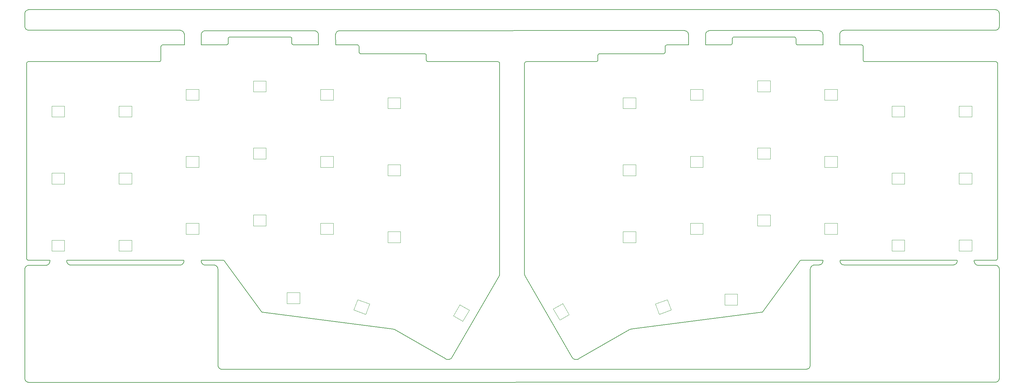
<source format=gm1>
G04 #@! TF.GenerationSoftware,KiCad,Pcbnew,5.1.9*
G04 #@! TF.CreationDate,2021-03-29T09:48:20-06:00*
G04 #@! TF.ProjectId,corne-cherry,636f726e-652d-4636-9865-7272792e6b69,3.0.1*
G04 #@! TF.SameCoordinates,Original*
G04 #@! TF.FileFunction,Profile,NP*
%FSLAX46Y46*%
G04 Gerber Fmt 4.6, Leading zero omitted, Abs format (unit mm)*
G04 Created by KiCad (PCBNEW 5.1.9) date 2021-03-29 09:48:20*
%MOMM*%
%LPD*%
G01*
G04 APERTURE LIST*
G04 #@! TA.AperFunction,Profile*
%ADD10C,0.200000*%
G04 #@! TD*
G04 #@! TA.AperFunction,Profile*
%ADD11C,0.120000*%
G04 #@! TD*
G04 APERTURE END LIST*
D10*
X115265500Y-102670000D02*
X115063805Y-102615772D01*
X115063805Y-102615772D02*
X114859285Y-102573995D01*
X114859285Y-102573995D02*
X114652516Y-102544784D01*
X114652516Y-102544784D02*
X114610944Y-102540460D01*
X67043905Y-83166629D02*
X66870375Y-83053650D01*
X66870375Y-83053650D02*
X66690339Y-83020073D01*
X77586929Y-97623789D02*
X77760483Y-97736619D01*
X77760483Y-97736619D02*
X77940494Y-97770087D01*
X144713209Y-87617717D02*
X144802691Y-87438848D01*
X144802691Y-87438848D02*
X144878173Y-87224231D01*
X144878173Y-87224231D02*
X144924347Y-87001589D01*
X144924347Y-87001589D02*
X144940441Y-86773896D01*
X144940441Y-86773896D02*
X144940300Y-86745228D01*
X105188823Y-24017707D02*
X105188823Y-22519109D01*
X123690165Y-24518087D02*
X105689203Y-24518087D01*
X144940300Y-27270174D02*
X144890974Y-27053480D01*
X144890974Y-27053480D02*
X144758356Y-26884482D01*
X144758356Y-26884482D02*
X144565331Y-26786061D01*
X144565331Y-26786061D02*
X144440417Y-26770301D01*
X144939784Y-27268904D02*
X144939784Y-86742945D01*
X55717500Y-83020309D02*
X22567500Y-83020309D01*
X11190372Y-27270174D02*
X11188596Y-82518930D01*
X48689119Y-26768525D02*
X11690499Y-26770301D01*
X85689263Y-19768292D02*
X68689060Y-19768292D01*
X86189642Y-21518350D02*
X86189642Y-20268671D01*
X104688444Y-22018729D02*
X98567500Y-22018729D01*
X115265500Y-102670000D02*
X129559583Y-110931084D01*
X124188005Y-25018466D02*
X124190287Y-26270179D01*
X124190287Y-25020242D02*
X124141034Y-24803463D01*
X124141034Y-24803463D02*
X124008434Y-24634379D01*
X124008434Y-24634379D02*
X123815376Y-24535895D01*
X123815376Y-24535895D02*
X123690423Y-24520121D01*
X49189499Y-22519109D02*
X49189499Y-26268145D01*
X67688301Y-22018729D02*
X60577500Y-22018729D01*
X68190456Y-20270194D02*
X68188680Y-21518350D01*
X144439405Y-26768525D02*
X124690408Y-26770301D01*
X11190372Y-82520200D02*
X11239731Y-82736959D01*
X11239731Y-82736959D02*
X11372421Y-82905978D01*
X11372421Y-82905978D02*
X11565532Y-83004363D01*
X11565532Y-83004363D02*
X11690494Y-83020073D01*
X11690494Y-83020073D02*
X11690499Y-83020073D01*
X11690499Y-26770301D02*
X11473716Y-26819550D01*
X11473716Y-26819550D02*
X11304628Y-26952154D01*
X11304628Y-26952154D02*
X11206145Y-27145216D01*
X11206145Y-27145216D02*
X11190372Y-27270169D01*
X11190372Y-27270169D02*
X11190372Y-27270174D01*
X48690389Y-26770301D02*
X48907172Y-26721049D01*
X48907172Y-26721049D02*
X49076257Y-26588443D01*
X49076257Y-26588443D02*
X49174738Y-26395380D01*
X49174738Y-26395380D02*
X49190511Y-26270427D01*
X49190511Y-26270427D02*
X49190511Y-26270179D01*
X49690384Y-22020252D02*
X49473691Y-22069580D01*
X49473691Y-22069580D02*
X49304694Y-22202193D01*
X49304694Y-22202193D02*
X49206272Y-22395212D01*
X49206272Y-22395212D02*
X49190511Y-22520126D01*
X67690335Y-22020252D02*
X67907118Y-21971001D01*
X67907118Y-21971001D02*
X68076203Y-21838395D01*
X68076203Y-21838395D02*
X68174683Y-21645331D01*
X68174683Y-21645331D02*
X68190456Y-21520379D01*
X68190456Y-21520379D02*
X68190456Y-21520126D01*
X68690330Y-19770068D02*
X68473570Y-19819427D01*
X68473570Y-19819427D02*
X68304550Y-19952116D01*
X68304550Y-19952116D02*
X68206165Y-20145228D01*
X68206165Y-20145228D02*
X68190456Y-20270189D01*
X68190456Y-20270189D02*
X68190456Y-20270194D01*
X86190406Y-20270194D02*
X86141156Y-20053411D01*
X86141156Y-20053411D02*
X86008551Y-19884324D01*
X86008551Y-19884324D02*
X85815487Y-19785840D01*
X85815487Y-19785840D02*
X85690533Y-19770068D01*
X86190406Y-21520126D02*
X86239656Y-21736908D01*
X86239656Y-21736908D02*
X86372261Y-21905995D01*
X86372261Y-21905995D02*
X86565325Y-22004479D01*
X86565325Y-22004479D02*
X86690280Y-22020252D01*
X86690280Y-22020252D02*
X86690528Y-22020252D01*
X105190351Y-22520126D02*
X105141023Y-22303433D01*
X105141023Y-22303433D02*
X105008410Y-22134436D01*
X105008410Y-22134436D02*
X104815391Y-22036014D01*
X104815391Y-22036014D02*
X104690478Y-22020252D01*
X105190351Y-24020247D02*
X105239710Y-24237004D01*
X105239710Y-24237004D02*
X105372398Y-24406024D01*
X105372398Y-24406024D02*
X105565510Y-24504410D01*
X105565510Y-24504410D02*
X105690473Y-24520121D01*
X131487700Y-110551612D02*
X144713724Y-87619245D01*
X131484604Y-110556226D02*
X131487700Y-110551612D01*
X129559583Y-110931084D02*
X129743639Y-111035872D01*
X129743639Y-111035872D02*
X129936387Y-111109871D01*
X129936387Y-111109871D02*
X130134562Y-111153717D01*
X130134562Y-111153717D02*
X130334898Y-111168047D01*
X130334898Y-111168047D02*
X130599729Y-111142338D01*
X130599729Y-111142338D02*
X130854856Y-111066794D01*
X130854856Y-111066794D02*
X131035177Y-110978338D01*
X131035177Y-110978338D02*
X131202418Y-110863334D01*
X131202418Y-110863334D02*
X131353316Y-110722418D01*
X131353316Y-110722418D02*
X131484604Y-110556226D01*
X77940494Y-97770087D02*
X114610944Y-102540460D01*
X67043905Y-83166629D02*
X77586929Y-97623789D01*
X124190287Y-26270179D02*
X124239543Y-26486960D01*
X124239543Y-26486960D02*
X124372150Y-26656046D01*
X124372150Y-26656046D02*
X124565215Y-26754528D01*
X124565215Y-26754528D02*
X124690170Y-26770301D01*
X124690170Y-26770301D02*
X124690408Y-26770301D01*
X86690528Y-22020252D02*
X93727500Y-22020252D01*
X49690384Y-22020252D02*
X55817500Y-22020252D01*
X11690499Y-83020073D02*
X17807500Y-83020309D01*
X66690339Y-83020073D02*
X60557500Y-83021073D01*
X230204661Y-83028073D02*
X236327500Y-83028073D01*
X285204501Y-83028073D02*
X279077500Y-83028073D01*
X247204616Y-22028252D02*
X241077500Y-22028252D01*
X210204472Y-22028252D02*
X203167500Y-22028252D01*
X172204830Y-26778301D02*
X172204592Y-26778301D01*
X172704713Y-26278179D02*
X172655456Y-26494960D01*
X172655456Y-26494960D02*
X172522849Y-26664046D01*
X172522849Y-26664046D02*
X172329784Y-26762528D01*
X172329784Y-26762528D02*
X172204830Y-26778301D01*
X229851095Y-83174629D02*
X219308071Y-97631789D01*
X219308071Y-97631789D02*
X219134516Y-97744619D01*
X219134516Y-97744619D02*
X218954506Y-97778087D01*
X218954506Y-97778087D02*
X182284056Y-102548460D01*
X167335417Y-110939084D02*
X167151360Y-111043872D01*
X167151360Y-111043872D02*
X166958612Y-111117871D01*
X166958612Y-111117871D02*
X166760437Y-111161717D01*
X166760437Y-111161717D02*
X166560101Y-111176047D01*
X166560101Y-111176047D02*
X166295270Y-111150338D01*
X166295270Y-111150338D02*
X166040143Y-111074794D01*
X166040143Y-111074794D02*
X165859822Y-110986338D01*
X165859822Y-110986338D02*
X165692581Y-110871334D01*
X165692581Y-110871334D02*
X165541683Y-110730418D01*
X165541683Y-110730418D02*
X165410396Y-110564226D01*
X165410396Y-110564226D02*
X165407300Y-110559612D01*
X165407300Y-110559612D02*
X152181276Y-87627245D01*
X191704649Y-24028247D02*
X191655289Y-24245004D01*
X191655289Y-24245004D02*
X191522601Y-24414024D01*
X191522601Y-24414024D02*
X191329489Y-24512410D01*
X191329489Y-24512410D02*
X191204527Y-24528121D01*
X191704649Y-22528126D02*
X191753976Y-22311433D01*
X191753976Y-22311433D02*
X191886589Y-22142436D01*
X191886589Y-22142436D02*
X192079608Y-22044014D01*
X192079608Y-22044014D02*
X192204522Y-22028252D01*
X210204720Y-22028252D02*
X210204472Y-22028252D01*
X210704594Y-21528126D02*
X210655343Y-21744908D01*
X210655343Y-21744908D02*
X210522738Y-21913995D01*
X210522738Y-21913995D02*
X210329674Y-22012479D01*
X210329674Y-22012479D02*
X210204720Y-22028252D01*
X210704594Y-20278194D02*
X210753843Y-20061411D01*
X210753843Y-20061411D02*
X210886448Y-19892324D01*
X210886448Y-19892324D02*
X211079512Y-19793840D01*
X211079512Y-19793840D02*
X211204467Y-19778068D01*
X228704544Y-20278189D02*
X228704544Y-20278194D01*
X228204670Y-19778068D02*
X228421429Y-19827427D01*
X228421429Y-19827427D02*
X228590449Y-19960116D01*
X228590449Y-19960116D02*
X228688834Y-20153228D01*
X228688834Y-20153228D02*
X228704544Y-20278189D01*
X228704544Y-21528379D02*
X228704544Y-21528126D01*
X229204665Y-22028252D02*
X228987881Y-21979001D01*
X228987881Y-21979001D02*
X228818796Y-21846395D01*
X228818796Y-21846395D02*
X228720316Y-21653331D01*
X228720316Y-21653331D02*
X228704544Y-21528379D01*
X247204616Y-22028252D02*
X247421308Y-22077580D01*
X247421308Y-22077580D02*
X247590305Y-22210193D01*
X247590305Y-22210193D02*
X247688727Y-22403212D01*
X247688727Y-22403212D02*
X247704489Y-22528126D01*
X247704489Y-26278427D02*
X247704489Y-26278179D01*
X248204611Y-26778301D02*
X247987827Y-26729049D01*
X247987827Y-26729049D02*
X247818742Y-26596443D01*
X247818742Y-26596443D02*
X247720261Y-26403380D01*
X247720261Y-26403380D02*
X247704489Y-26278427D01*
X285704628Y-27278169D02*
X285704628Y-27278174D01*
X285204501Y-26778301D02*
X285421283Y-26827550D01*
X285421283Y-26827550D02*
X285590371Y-26960154D01*
X285590371Y-26960154D02*
X285688854Y-27153216D01*
X285688854Y-27153216D02*
X285704628Y-27278169D01*
X285204506Y-83028073D02*
X285204501Y-83028073D01*
X285704628Y-82528200D02*
X285655268Y-82744959D01*
X285655268Y-82744959D02*
X285522578Y-82913978D01*
X285522578Y-82913978D02*
X285329467Y-83012363D01*
X285329467Y-83012363D02*
X285204506Y-83028073D01*
X229851095Y-83174629D02*
X230024624Y-83061650D01*
X230024624Y-83061650D02*
X230204661Y-83028073D01*
X152455595Y-26776525D02*
X172204592Y-26778301D01*
X228706320Y-20276671D02*
X228706320Y-21526350D01*
X229206699Y-22026729D02*
X236317500Y-22026729D01*
X247705501Y-22527109D02*
X247705501Y-26276145D01*
X172704713Y-25028242D02*
X172753965Y-24811463D01*
X172753965Y-24811463D02*
X172886565Y-24642379D01*
X172886565Y-24642379D02*
X173079623Y-24543895D01*
X173079623Y-24543895D02*
X173204577Y-24528121D01*
X172706995Y-25026466D02*
X172704713Y-26278179D01*
X181629500Y-102678000D02*
X167335417Y-110939084D01*
X192206556Y-22026729D02*
X198327500Y-22026729D01*
X210705358Y-21526350D02*
X210705358Y-20276671D01*
X211205737Y-19776292D02*
X228205940Y-19776292D01*
X248205881Y-26776525D02*
X285204501Y-26778301D01*
X285704628Y-27278174D02*
X285706404Y-82526930D01*
X241177500Y-83027309D02*
X274327500Y-83027309D01*
X151955216Y-27276904D02*
X151955216Y-86750945D01*
X151954700Y-27278174D02*
X152004025Y-27061480D01*
X152004025Y-27061480D02*
X152136643Y-26892482D01*
X152136643Y-26892482D02*
X152329668Y-26794061D01*
X152329668Y-26794061D02*
X152454583Y-26778301D01*
X173204835Y-24526087D02*
X191205797Y-24526087D01*
X191706177Y-24025707D02*
X191706177Y-22527109D01*
X152181791Y-87625717D02*
X152092308Y-87446848D01*
X152092308Y-87446848D02*
X152016826Y-87232231D01*
X152016826Y-87232231D02*
X151970652Y-87009589D01*
X151970652Y-87009589D02*
X151954558Y-86781896D01*
X151954558Y-86781896D02*
X151954700Y-86753228D01*
X181629500Y-102678000D02*
X181831194Y-102623772D01*
X181831194Y-102623772D02*
X182035714Y-102581995D01*
X182035714Y-102581995D02*
X182242483Y-102552784D01*
X182242483Y-102552784D02*
X182284056Y-102548460D01*
X22562500Y-83253000D02*
X22586000Y-83476000D01*
X22562500Y-83247000D02*
X22562500Y-83253000D01*
X22567500Y-83020309D02*
X22562500Y-83247000D01*
X17788600Y-83488000D02*
X17787700Y-83493000D01*
X17789600Y-83484000D02*
X17788600Y-83488000D01*
X17789600Y-83483000D02*
X17789600Y-83484000D01*
X17789600Y-83483000D02*
X17789600Y-83483000D01*
X17789600Y-83483000D02*
X17789600Y-83483000D01*
X17812300Y-83252000D02*
X17789600Y-83483000D01*
X17812300Y-83252000D02*
X17812300Y-83252000D01*
X17812500Y-83250000D02*
X17812300Y-83252000D01*
X17807500Y-83020309D02*
X17812500Y-83250000D01*
X10687500Y-85625000D02*
X10687500Y-116497000D01*
X286194500Y-85608000D02*
X286195500Y-116486000D01*
X65820700Y-113745000D02*
X66016600Y-113849000D01*
X197983500Y-18306600D02*
X197811500Y-18166300D01*
X197811500Y-18166300D02*
X197615500Y-18062100D01*
X285864500Y-117290000D02*
X286004500Y-117118000D01*
X280302500Y-84476000D02*
X280071500Y-84453000D01*
X60562500Y-19125000D02*
X60577500Y-22018729D01*
X60584400Y-18901600D02*
X60562500Y-19125000D01*
X60648600Y-18689100D02*
X60584400Y-18901600D01*
X60752800Y-18493200D02*
X60648600Y-18689100D01*
X60893000Y-18321200D02*
X60752800Y-18493200D01*
X61064100Y-18179700D02*
X60893000Y-18321200D01*
X61259300Y-18074100D02*
X61064100Y-18179700D01*
X61471300Y-18008500D02*
X61259300Y-18074100D01*
X61694400Y-17985000D02*
X61471300Y-18008500D01*
X61700200Y-17985000D02*
X61694400Y-17985000D01*
X92572600Y-17985000D02*
X61700200Y-17985000D01*
X92795900Y-18006900D02*
X92572600Y-17985000D01*
X93008400Y-18071100D02*
X92795900Y-18006900D01*
X93204300Y-18175300D02*
X93008400Y-18071100D01*
X93376300Y-18315600D02*
X93204300Y-18175300D01*
X93517800Y-18486600D02*
X93376300Y-18315600D01*
X93623400Y-18681800D02*
X93517800Y-18486600D01*
X93689000Y-18893800D02*
X93623400Y-18681800D01*
X93712500Y-19116900D02*
X93689000Y-18893800D01*
X93712500Y-19122700D02*
X93712500Y-19116900D01*
X93727500Y-22020252D02*
X93712500Y-19122700D01*
X203170500Y-19116000D02*
X203167500Y-22028252D01*
X203191500Y-18892600D02*
X203170500Y-19116000D01*
X203256500Y-18680100D02*
X203191500Y-18892600D01*
X203360500Y-18484200D02*
X203256500Y-18680100D01*
X203500500Y-18312200D02*
X203360500Y-18484200D01*
X203671500Y-18170700D02*
X203500500Y-18312200D01*
X203866500Y-18065100D02*
X203671500Y-18170700D01*
X204078500Y-17999500D02*
X203866500Y-18065100D01*
X204301500Y-17976000D02*
X204078500Y-17999500D01*
X204307500Y-17976000D02*
X204301500Y-17976000D01*
X235180500Y-17976000D02*
X204307500Y-17976000D01*
X235403500Y-17997900D02*
X235180500Y-17976000D01*
X235615500Y-18062100D02*
X235403500Y-17997900D01*
X235811500Y-18166300D02*
X235615500Y-18062100D01*
X235983500Y-18306600D02*
X235811500Y-18166300D01*
X236125500Y-18477600D02*
X235983500Y-18306600D01*
X236230500Y-18672800D02*
X236125500Y-18477600D01*
X236296500Y-18884800D02*
X236230500Y-18672800D01*
X236319500Y-19107900D02*
X236296500Y-18884800D01*
X236319500Y-19113700D02*
X236319500Y-19107900D01*
X236317500Y-22026729D02*
X236319500Y-19113700D01*
X55712500Y-83245000D02*
X55717500Y-83020309D01*
X55690600Y-83468000D02*
X55712500Y-83245000D01*
X55626400Y-83681000D02*
X55690600Y-83468000D01*
X55522200Y-83877000D02*
X55626400Y-83681000D01*
X55382000Y-84049000D02*
X55522200Y-83877000D01*
X55210900Y-84190000D02*
X55382000Y-84049000D01*
X55015700Y-84296000D02*
X55210900Y-84190000D01*
X54803700Y-84362000D02*
X55015700Y-84296000D01*
X54580600Y-84385000D02*
X54803700Y-84362000D01*
X54574800Y-84385000D02*
X54580600Y-84385000D01*
X23702400Y-84385000D02*
X54574800Y-84385000D01*
X23479100Y-84363000D02*
X23702400Y-84385000D01*
X23266600Y-84299000D02*
X23479100Y-84363000D01*
X23070700Y-84195000D02*
X23266600Y-84299000D01*
X22898600Y-84054000D02*
X23070700Y-84195000D01*
X22757200Y-83883000D02*
X22898600Y-84054000D01*
X22651600Y-83688000D02*
X22757200Y-83883000D01*
X22586000Y-83476000D02*
X22651600Y-83688000D01*
X274319500Y-83236000D02*
X274327500Y-83027309D01*
X274298500Y-83459000D02*
X274319500Y-83236000D01*
X274233500Y-83672000D02*
X274298500Y-83459000D01*
X274129500Y-83868000D02*
X274233500Y-83672000D01*
X273989500Y-84040000D02*
X274129500Y-83868000D01*
X273818500Y-84181000D02*
X273989500Y-84040000D01*
X273623500Y-84287000D02*
X273818500Y-84181000D01*
X273411500Y-84353000D02*
X273623500Y-84287000D01*
X273188500Y-84376000D02*
X273411500Y-84353000D01*
X273182500Y-84376000D02*
X273188500Y-84376000D01*
X242309500Y-84376000D02*
X273182500Y-84376000D01*
X242086500Y-84354000D02*
X242309500Y-84376000D01*
X241874500Y-84290000D02*
X242086500Y-84354000D01*
X241678500Y-84186000D02*
X241874500Y-84290000D01*
X241506500Y-84045000D02*
X241678500Y-84186000D01*
X241364500Y-83874000D02*
X241506500Y-84045000D01*
X241259500Y-83679000D02*
X241364500Y-83874000D01*
X241193500Y-83467000D02*
X241259500Y-83679000D01*
X241170500Y-83244000D02*
X241193500Y-83467000D01*
X241170500Y-83238000D02*
X241170500Y-83244000D01*
X241177500Y-83027309D02*
X241170500Y-83238000D01*
X98562500Y-19125000D02*
X98567500Y-22018729D01*
X98584500Y-18901600D02*
X98562500Y-19125000D01*
X98648500Y-18689100D02*
X98584500Y-18901600D01*
X98752500Y-18493200D02*
X98648500Y-18689100D01*
X98893500Y-18321200D02*
X98752500Y-18493200D01*
X99064500Y-18179700D02*
X98893500Y-18321200D01*
X99259500Y-18074100D02*
X99064500Y-18179700D01*
X99471500Y-18008500D02*
X99259500Y-18074100D01*
X99694500Y-17985000D02*
X99471500Y-18008500D01*
X99700500Y-17985000D02*
X99694500Y-17985000D01*
X197180500Y-17976000D02*
X99700500Y-17985000D01*
X197403500Y-17997900D02*
X197180500Y-17976000D01*
X197615500Y-18062100D02*
X197403500Y-17997900D01*
X198125500Y-18477600D02*
X197983500Y-18306600D01*
X198230500Y-18672800D02*
X198125500Y-18477600D01*
X198296500Y-18884800D02*
X198230500Y-18672800D01*
X198319500Y-19107900D02*
X198296500Y-18884800D01*
X198319500Y-19113700D02*
X198319500Y-19107900D01*
X198327500Y-22026729D02*
X198319500Y-19113700D01*
X236320500Y-83236000D02*
X236327500Y-83028073D01*
X236298500Y-83459000D02*
X236320500Y-83236000D01*
X236233500Y-83672000D02*
X236298500Y-83459000D01*
X236129500Y-83868000D02*
X236233500Y-83672000D01*
X235989500Y-84040000D02*
X236129500Y-83868000D01*
X235818500Y-84181000D02*
X235989500Y-84040000D01*
X235623500Y-84287000D02*
X235818500Y-84181000D01*
X235411500Y-84353000D02*
X235623500Y-84287000D01*
X235188500Y-84376000D02*
X235411500Y-84353000D01*
X235182500Y-84376000D02*
X235188500Y-84376000D01*
X233992500Y-84376000D02*
X235182500Y-84376000D01*
X233992500Y-84376000D02*
X233992500Y-84376000D01*
X233986500Y-84376000D02*
X233992500Y-84376000D01*
X233984500Y-84376000D02*
X233986500Y-84376000D01*
X233982500Y-84376000D02*
X233984500Y-84376000D01*
X233981500Y-84376000D02*
X233982500Y-84376000D01*
X233750500Y-84401000D02*
X233981500Y-84376000D01*
X233746500Y-84401000D02*
X233750500Y-84401000D01*
X233742500Y-84402000D02*
X233746500Y-84401000D01*
X233741500Y-84403000D02*
X233742500Y-84402000D01*
X233741500Y-84403000D02*
X233741500Y-84403000D01*
X233520500Y-84471000D02*
X233741500Y-84403000D01*
X233515500Y-84473000D02*
X233520500Y-84471000D01*
X233511500Y-84474000D02*
X233515500Y-84473000D01*
X233511500Y-84475000D02*
X233511500Y-84474000D01*
X233511500Y-84475000D02*
X233511500Y-84475000D01*
X233511500Y-84475000D02*
X233511500Y-84475000D01*
X233307500Y-84585000D02*
X233511500Y-84475000D01*
X233303500Y-84588000D02*
X233307500Y-84585000D01*
X233299500Y-84590000D02*
X233303500Y-84588000D01*
X233299500Y-84591000D02*
X233299500Y-84590000D01*
X233120500Y-84738000D02*
X233299500Y-84591000D01*
X233117500Y-84741000D02*
X233120500Y-84738000D01*
X233114500Y-84745000D02*
X233117500Y-84741000D01*
X233113500Y-84745000D02*
X233114500Y-84745000D01*
X232967500Y-84925000D02*
X233113500Y-84745000D01*
X232964500Y-84929000D02*
X232967500Y-84925000D01*
X232962500Y-84932000D02*
X232964500Y-84929000D01*
X232961500Y-84933000D02*
X232962500Y-84932000D01*
X232961500Y-84933000D02*
X232961500Y-84933000D01*
X232961500Y-84933000D02*
X232961500Y-84933000D01*
X232852500Y-85138000D02*
X232961500Y-84933000D01*
X232851500Y-85142000D02*
X232852500Y-85138000D01*
X232849500Y-85146000D02*
X232851500Y-85142000D01*
X232849500Y-85147000D02*
X232849500Y-85146000D01*
X232782500Y-85368000D02*
X232849500Y-85147000D01*
X232781500Y-85373000D02*
X232782500Y-85368000D01*
X232780500Y-85377000D02*
X232781500Y-85373000D01*
X232780500Y-85378000D02*
X232780500Y-85377000D01*
X232780500Y-85378000D02*
X232780500Y-85378000D01*
X232780500Y-85378000D02*
X232780500Y-85378000D01*
X232757500Y-85609000D02*
X232780500Y-85378000D01*
X232757500Y-85609000D02*
X232757500Y-85609000D01*
X232757500Y-85611000D02*
X232757500Y-85609000D01*
X232757500Y-112786000D02*
X232757500Y-85611000D01*
X232735500Y-113009000D02*
X232757500Y-112786000D01*
X232671500Y-113222000D02*
X232735500Y-113009000D01*
X232567500Y-113418000D02*
X232671500Y-113222000D01*
X232426500Y-113590000D02*
X232567500Y-113418000D01*
X232255500Y-113731000D02*
X232426500Y-113590000D01*
X232060500Y-113837000D02*
X232255500Y-113731000D01*
X231848500Y-113903000D02*
X232060500Y-113837000D01*
X231625500Y-113926000D02*
X231848500Y-113903000D01*
X231619500Y-113926000D02*
X231625500Y-113926000D01*
X66454500Y-113934000D02*
X231619500Y-113926000D01*
X66229100Y-113913000D02*
X66452400Y-113935000D01*
X66016600Y-113849000D02*
X66229100Y-113913000D01*
X65648600Y-113604000D02*
X65820700Y-113745000D01*
X65507200Y-113433000D02*
X65648600Y-113604000D01*
X65401600Y-113238000D02*
X65507200Y-113433000D01*
X65336000Y-113026000D02*
X65401600Y-113238000D01*
X65312500Y-112803000D02*
X65336000Y-113026000D01*
X65312500Y-112797000D02*
X65312500Y-112803000D01*
X65312500Y-85620000D02*
X65312500Y-112797000D01*
X65312500Y-85620000D02*
X65312500Y-85620000D01*
X65312500Y-85614000D02*
X65312500Y-85620000D01*
X65312200Y-85612000D02*
X65312500Y-85614000D01*
X65312300Y-85610000D02*
X65312200Y-85612000D01*
X65312200Y-85609000D02*
X65312300Y-85610000D01*
X65288000Y-85379000D02*
X65312200Y-85609000D01*
X65287100Y-85374000D02*
X65288000Y-85379000D01*
X65286200Y-85370000D02*
X65287100Y-85374000D01*
X65286000Y-85369000D02*
X65286200Y-85370000D01*
X65217500Y-85148000D02*
X65286000Y-85369000D01*
X65215700Y-85143000D02*
X65217500Y-85148000D01*
X65214000Y-85139000D02*
X65215700Y-85143000D01*
X65213700Y-85139000D02*
X65214000Y-85139000D01*
X65213700Y-85139000D02*
X65213700Y-85139000D01*
X65213700Y-85139000D02*
X65213700Y-85139000D01*
X65103500Y-84935000D02*
X65213700Y-85139000D01*
X65100900Y-84931000D02*
X65103500Y-84935000D01*
X65098400Y-84927000D02*
X65100900Y-84931000D01*
X65098000Y-84927000D02*
X65098400Y-84927000D01*
X64950300Y-84748000D02*
X65098000Y-84927000D01*
X64947000Y-84745000D02*
X64950300Y-84748000D01*
X64943900Y-84742000D02*
X64947000Y-84745000D01*
X64943400Y-84741000D02*
X64943900Y-84742000D01*
X64763800Y-84595000D02*
X64943400Y-84741000D01*
X64759999Y-84592000D02*
X64763800Y-84595000D01*
X64756199Y-84590000D02*
X64759999Y-84592000D01*
X64755600Y-84589000D02*
X64756199Y-84590000D01*
X64755600Y-84589000D02*
X64755600Y-84589000D01*
X64755600Y-84589000D02*
X64755600Y-84589000D01*
X64551000Y-84480000D02*
X64755600Y-84589000D01*
X64546800Y-84479000D02*
X64551000Y-84480000D01*
X64542599Y-84477000D02*
X64546800Y-84479000D01*
X64542000Y-84477000D02*
X64542599Y-84477000D01*
X64320100Y-84410000D02*
X64542000Y-84477000D01*
X64315600Y-84409000D02*
X64320100Y-84410000D01*
X64311200Y-84408000D02*
X64315600Y-84409000D01*
X64310500Y-84408000D02*
X64311200Y-84408000D01*
X64310500Y-84408000D02*
X64310500Y-84408000D01*
X64310500Y-84408000D02*
X64310500Y-84408000D01*
X64079900Y-84385000D02*
X64310500Y-84408000D01*
X64079900Y-84385000D02*
X64079900Y-84385000D01*
X64077400Y-84385000D02*
X64079900Y-84385000D01*
X61702400Y-84385000D02*
X64077400Y-84385000D01*
X61479100Y-84363000D02*
X61702400Y-84385000D01*
X61266600Y-84299000D02*
X61479100Y-84363000D01*
X61070700Y-84195000D02*
X61266600Y-84299000D01*
X60898600Y-84054000D02*
X61070700Y-84195000D01*
X60757200Y-83883000D02*
X60898600Y-84054000D01*
X60651600Y-83688000D02*
X60757200Y-83883000D01*
X60586000Y-83476000D02*
X60651600Y-83688000D01*
X60562500Y-83253000D02*
X60586000Y-83476000D01*
X60562500Y-83247000D02*
X60562500Y-83253000D01*
X60557500Y-83021073D02*
X60562500Y-83247000D01*
X55812500Y-19120100D02*
X55817500Y-22020252D01*
X55812500Y-19120000D02*
X55812500Y-19120100D01*
X55812500Y-19114100D02*
X55812500Y-19120000D01*
X55812200Y-19111900D02*
X55812500Y-19114100D01*
X55812300Y-19109700D02*
X55812200Y-19111900D01*
X55812200Y-19109000D02*
X55812300Y-19109700D01*
X55788000Y-18878500D02*
X55812200Y-19109000D01*
X55787100Y-18874100D02*
X55788000Y-18878500D01*
X55786200Y-18869600D02*
X55787100Y-18874100D01*
X55786000Y-18869000D02*
X55786200Y-18869600D01*
X55717500Y-18647600D02*
X55786000Y-18869000D01*
X55715700Y-18643400D02*
X55717500Y-18647600D01*
X55714000Y-18639200D02*
X55715700Y-18643400D01*
X55713700Y-18638600D02*
X55714000Y-18639200D01*
X55713700Y-18638600D02*
X55713700Y-18638600D01*
X55713700Y-18638600D02*
X55713700Y-18638600D01*
X55603500Y-18434700D02*
X55713700Y-18638600D01*
X55600900Y-18430900D02*
X55603500Y-18434700D01*
X55598400Y-18427100D02*
X55600900Y-18430900D01*
X55598000Y-18426600D02*
X55598400Y-18427100D01*
X55450300Y-18248000D02*
X55598000Y-18426600D01*
X55447000Y-18244800D02*
X55450300Y-18248000D01*
X55443900Y-18241600D02*
X55447000Y-18244800D01*
X55443400Y-18241200D02*
X55443900Y-18241600D01*
X55263800Y-18094700D02*
X55443400Y-18241200D01*
X55260000Y-18092200D02*
X55263800Y-18094700D01*
X55256200Y-18089600D02*
X55260000Y-18092200D01*
X55255600Y-18089300D02*
X55256200Y-18089600D01*
X55255600Y-18089300D02*
X55255600Y-18089300D01*
X55255600Y-18089300D02*
X55255600Y-18089300D01*
X55051000Y-17980500D02*
X55255600Y-18089300D01*
X55046800Y-17978700D02*
X55051000Y-17980500D01*
X55042600Y-17977000D02*
X55046800Y-17978700D01*
X55042000Y-17976800D02*
X55042600Y-17977000D01*
X54820100Y-17909800D02*
X55042000Y-17976800D01*
X54815600Y-17908900D02*
X54820100Y-17909800D01*
X54811200Y-17907900D02*
X54815600Y-17908900D01*
X54810500Y-17907900D02*
X54811200Y-17907900D01*
X54810500Y-17907900D02*
X54810500Y-17907900D01*
X54810500Y-17907900D02*
X54810500Y-17907900D01*
X54579900Y-17885300D02*
X54810500Y-17907900D01*
X54579900Y-17885300D02*
X54579900Y-17885300D01*
X54577400Y-17885000D02*
X54579900Y-17885300D01*
X11827400Y-17885000D02*
X54577400Y-17885000D01*
X11604100Y-17863100D02*
X11827400Y-17885000D01*
X11391600Y-17799000D02*
X11604100Y-17863100D01*
X11195700Y-17694800D02*
X11391600Y-17799000D01*
X11023600Y-17554500D02*
X11195700Y-17694800D01*
X10882200Y-17383500D02*
X11023600Y-17554500D01*
X10776600Y-17188200D02*
X10882200Y-17383500D01*
X10711000Y-16976200D02*
X10776600Y-17188200D01*
X10687500Y-16753100D02*
X10711000Y-16976200D01*
X10687500Y-16747300D02*
X10687500Y-16753100D01*
X10687500Y-13187500D02*
X10687500Y-16747300D01*
X10709400Y-12964100D02*
X10687500Y-13187500D01*
X10773600Y-12751600D02*
X10709400Y-12964100D01*
X10877800Y-12555700D02*
X10773600Y-12751600D01*
X11018000Y-12383700D02*
X10877800Y-12555700D01*
X11189100Y-12242200D02*
X11018000Y-12383700D01*
X11384300Y-12136600D02*
X11189100Y-12242200D01*
X11596300Y-12071000D02*
X11384300Y-12136600D01*
X11819400Y-12047500D02*
X11596300Y-12071000D01*
X11825200Y-12047500D02*
X11819400Y-12047500D01*
X285055500Y-12038500D02*
X11825200Y-12047500D01*
X285278500Y-12060400D02*
X285055500Y-12038500D01*
X285490500Y-12124600D02*
X285278500Y-12060400D01*
X285686500Y-12228800D02*
X285490500Y-12124600D01*
X285858500Y-12369100D02*
X285686500Y-12228800D01*
X286000500Y-12540100D02*
X285858500Y-12369100D01*
X286105500Y-12735300D02*
X286000500Y-12540100D01*
X286171500Y-12947300D02*
X286105500Y-12735300D01*
X286194500Y-13170400D02*
X286171500Y-12947300D01*
X286194500Y-13176200D02*
X286194500Y-13170400D01*
X286195500Y-16736100D02*
X286194500Y-13176200D01*
X286173500Y-16959400D02*
X286195500Y-16736100D01*
X286108500Y-17171900D02*
X286173500Y-16959400D01*
X286004500Y-17367900D02*
X286108500Y-17171900D01*
X285864500Y-17539900D02*
X286004500Y-17367900D01*
X285693500Y-17681400D02*
X285864500Y-17539900D01*
X285498500Y-17786900D02*
X285693500Y-17681400D01*
X285286500Y-17852600D02*
X285498500Y-17786900D01*
X285063500Y-17876000D02*
X285286500Y-17852600D01*
X285057500Y-17876000D02*
X285063500Y-17876000D01*
X242305500Y-17876000D02*
X285057500Y-17876000D01*
X242304500Y-17876000D02*
X242305500Y-17876000D01*
X242299500Y-17876000D02*
X242304500Y-17876000D01*
X242296500Y-17876300D02*
X242299500Y-17876000D01*
X242294500Y-17876300D02*
X242296500Y-17876300D01*
X242293500Y-17876300D02*
X242294500Y-17876300D01*
X242063500Y-17900500D02*
X242293500Y-17876300D01*
X242059500Y-17901500D02*
X242063500Y-17900500D01*
X242054500Y-17902300D02*
X242059500Y-17901500D01*
X242053500Y-17902500D02*
X242054500Y-17902300D01*
X242053500Y-17902500D02*
X242053500Y-17902500D01*
X241832500Y-17971000D02*
X242053500Y-17902500D01*
X241828500Y-17972800D02*
X241832500Y-17971000D01*
X241824500Y-17974500D02*
X241828500Y-17972800D01*
X241823500Y-17974800D02*
X241824500Y-17974500D01*
X241823500Y-17974800D02*
X241823500Y-17974800D01*
X241823500Y-17974800D02*
X241823500Y-17974800D01*
X241619500Y-18085100D02*
X241823500Y-17974800D01*
X241615500Y-18087600D02*
X241619500Y-18085100D01*
X241612500Y-18090100D02*
X241615500Y-18087600D01*
X241611500Y-18090500D02*
X241612500Y-18090100D01*
X241433500Y-18238200D02*
X241611500Y-18090500D01*
X241429500Y-18241500D02*
X241433500Y-18238200D01*
X241426500Y-18244600D02*
X241429500Y-18241500D01*
X241426500Y-18245200D02*
X241426500Y-18244600D01*
X241279500Y-18424800D02*
X241426500Y-18245200D01*
X241277500Y-18428500D02*
X241279500Y-18424800D01*
X241274500Y-18432300D02*
X241277500Y-18428500D01*
X241274500Y-18432900D02*
X241274500Y-18432300D01*
X241274500Y-18432900D02*
X241274500Y-18432900D01*
X241274500Y-18432900D02*
X241274500Y-18432900D01*
X241165500Y-18637500D02*
X241274500Y-18432900D01*
X241163500Y-18641700D02*
X241165500Y-18637500D01*
X241161500Y-18645900D02*
X241163500Y-18641700D01*
X241161500Y-18646500D02*
X241161500Y-18645900D01*
X241094500Y-18868400D02*
X241161500Y-18646500D01*
X241093500Y-18872900D02*
X241094500Y-18868400D01*
X241092500Y-18877300D02*
X241093500Y-18872900D01*
X241092500Y-18878000D02*
X241092500Y-18877300D01*
X241092500Y-18878000D02*
X241092500Y-18878000D01*
X241092500Y-18878000D02*
X241092500Y-18878000D01*
X241070500Y-19108600D02*
X241092500Y-18878000D01*
X241069500Y-19111100D02*
X241070500Y-19108600D01*
X241077500Y-22028252D02*
X241069500Y-19111100D01*
X279069500Y-83241000D02*
X279077500Y-83028073D01*
X279070500Y-83241000D02*
X279069500Y-83241000D01*
X279070500Y-83247000D02*
X279070500Y-83241000D01*
X279070500Y-83249000D02*
X279070500Y-83247000D01*
X279070500Y-83251000D02*
X279070500Y-83249000D01*
X279070500Y-83252000D02*
X279070500Y-83251000D01*
X279094500Y-83483000D02*
X279070500Y-83252000D01*
X279095500Y-83487000D02*
X279094500Y-83483000D01*
X279096500Y-83491000D02*
X279095500Y-83487000D01*
X279096500Y-83492000D02*
X279096500Y-83491000D01*
X279165500Y-83713000D02*
X279096500Y-83492000D01*
X279166500Y-83718000D02*
X279165500Y-83713000D01*
X279168500Y-83722000D02*
X279166500Y-83718000D01*
X279168500Y-83722000D02*
X279168500Y-83722000D01*
X279168500Y-83722000D02*
X279168500Y-83722000D01*
X279168500Y-83722000D02*
X279168500Y-83722000D01*
X279279500Y-83926000D02*
X279168500Y-83722000D01*
X279281500Y-83930000D02*
X279279500Y-83926000D01*
X279284500Y-83934000D02*
X279281500Y-83930000D01*
X279284500Y-83934000D02*
X279284500Y-83934000D01*
X279432500Y-84113000D02*
X279284500Y-83934000D01*
X279435500Y-84116000D02*
X279432500Y-84113000D01*
X279438500Y-84119000D02*
X279435500Y-84116000D01*
X279439500Y-84120000D02*
X279438500Y-84119000D01*
X279439500Y-84120000D02*
X279439500Y-84120000D01*
X279439500Y-84120000D02*
X279439500Y-84120000D01*
X279618500Y-84266000D02*
X279439500Y-84120000D01*
X279622500Y-84269000D02*
X279618500Y-84266000D01*
X279626500Y-84271000D02*
X279622500Y-84269000D01*
X279626500Y-84272000D02*
X279626500Y-84271000D01*
X279626500Y-84272000D02*
X279626500Y-84272000D01*
X279831500Y-84381000D02*
X279626500Y-84272000D01*
X279835500Y-84382000D02*
X279831500Y-84381000D01*
X279839500Y-84384000D02*
X279835500Y-84382000D01*
X279840500Y-84384000D02*
X279839500Y-84384000D01*
X280062500Y-84451000D02*
X279840500Y-84384000D01*
X280066500Y-84452000D02*
X280062500Y-84451000D01*
X280071500Y-84453000D02*
X280066500Y-84452000D01*
X280071500Y-84453000D02*
X280071500Y-84453000D01*
X280071500Y-84453000D02*
X280071500Y-84453000D01*
X280071500Y-84453000D02*
X280071500Y-84453000D01*
X280302500Y-84476000D02*
X280302500Y-84476000D01*
X280305500Y-84476000D02*
X280302500Y-84476000D01*
X285055500Y-84476000D02*
X280305500Y-84476000D01*
X285278500Y-84498000D02*
X285055500Y-84476000D01*
X285490500Y-84562000D02*
X285278500Y-84498000D01*
X285686500Y-84666000D02*
X285490500Y-84562000D01*
X285858500Y-84807000D02*
X285686500Y-84666000D01*
X286000500Y-84978000D02*
X285858500Y-84807000D01*
X286105500Y-85173000D02*
X286000500Y-84978000D01*
X286171500Y-85385000D02*
X286105500Y-85173000D01*
X286194500Y-85608000D02*
X286171500Y-85385000D01*
X286173500Y-116709000D02*
X286195500Y-116486000D01*
X286108500Y-116922000D02*
X286173500Y-116709000D01*
X286004500Y-117118000D02*
X286108500Y-116922000D01*
X285693500Y-117431000D02*
X285864500Y-117290000D01*
X285498500Y-117537000D02*
X285693500Y-117431000D01*
X285286500Y-117603000D02*
X285498500Y-117537000D01*
X285063500Y-117626000D02*
X285286500Y-117603000D01*
X285057500Y-117626000D02*
X285063500Y-117626000D01*
X11827400Y-117635000D02*
X285057500Y-117626000D01*
X11604100Y-117613000D02*
X11827400Y-117635000D01*
X11391600Y-117549000D02*
X11604100Y-117613000D01*
X11195700Y-117445000D02*
X11391600Y-117549000D01*
X11023600Y-117304000D02*
X11195700Y-117445000D01*
X10882200Y-117133000D02*
X11023600Y-117304000D01*
X10776600Y-116938000D02*
X10882200Y-117133000D01*
X10711000Y-116726000D02*
X10776600Y-116938000D01*
X10687500Y-116503000D02*
X10711000Y-116726000D01*
X10687500Y-116497000D02*
X10687500Y-116503000D01*
X10709400Y-85402000D02*
X10687500Y-85625000D01*
X10773600Y-85189000D02*
X10709400Y-85402000D01*
X10877800Y-84993000D02*
X10773600Y-85189000D01*
X11018000Y-84821000D02*
X10877800Y-84993000D01*
X11189100Y-84680000D02*
X11018000Y-84821000D01*
X11384300Y-84574000D02*
X11189100Y-84680000D01*
X11596300Y-84508000D02*
X11384300Y-84574000D01*
X11819400Y-84485000D02*
X11596300Y-84508000D01*
X11825200Y-84485000D02*
X11819400Y-84485000D01*
X16577400Y-84485000D02*
X11825200Y-84485000D01*
X16577500Y-84485000D02*
X16577400Y-84485000D01*
X16583500Y-84485000D02*
X16577500Y-84485000D01*
X16585600Y-84485000D02*
X16583500Y-84485000D01*
X16587800Y-84485000D02*
X16585600Y-84485000D01*
X16588500Y-84485000D02*
X16587800Y-84485000D01*
X16819000Y-84460000D02*
X16588500Y-84485000D01*
X16823500Y-84460000D02*
X16819000Y-84460000D01*
X16827900Y-84459000D02*
X16823500Y-84460000D01*
X16828600Y-84459000D02*
X16827900Y-84459000D01*
X17050000Y-84390000D02*
X16828600Y-84459000D01*
X17054200Y-84388000D02*
X17050000Y-84390000D01*
X17058300Y-84387000D02*
X17054200Y-84388000D01*
X17059000Y-84386000D02*
X17058300Y-84387000D01*
X17059000Y-84386000D02*
X17059000Y-84386000D01*
X17059000Y-84386000D02*
X17059000Y-84386000D01*
X17262800Y-84276000D02*
X17059000Y-84386000D01*
X17266600Y-84273000D02*
X17262800Y-84276000D01*
X17270400Y-84271000D02*
X17266600Y-84273000D01*
X17270900Y-84271000D02*
X17270400Y-84271000D01*
X17449500Y-84123000D02*
X17270900Y-84271000D01*
X17452700Y-84120000D02*
X17449500Y-84123000D01*
X17455900Y-84116000D02*
X17452700Y-84120000D01*
X17456400Y-84116000D02*
X17455900Y-84116000D01*
X17456400Y-84116000D02*
X17456400Y-84116000D01*
X17456400Y-84116000D02*
X17456400Y-84116000D01*
X17602800Y-83936000D02*
X17456400Y-84116000D01*
X17605400Y-83932000D02*
X17602800Y-83936000D01*
X17607900Y-83929000D02*
X17605400Y-83932000D01*
X17608200Y-83928000D02*
X17607900Y-83929000D01*
X17717000Y-83724000D02*
X17608200Y-83928000D01*
X17718800Y-83719000D02*
X17717000Y-83724000D01*
X17720600Y-83715000D02*
X17718800Y-83719000D01*
X17720800Y-83714000D02*
X17720600Y-83715000D01*
X17787700Y-83493000D02*
X17720800Y-83714000D01*
D11*
X274814500Y-80425000D02*
X274814500Y-77325000D01*
X274814500Y-77325000D02*
X278414500Y-77325000D01*
X278414500Y-77325000D02*
X278414500Y-80425000D01*
X278414500Y-80425000D02*
X274814500Y-80425000D01*
X278414500Y-58325000D02*
X278414500Y-61425000D01*
X278414500Y-61425000D02*
X274814500Y-61425000D01*
X274814500Y-61425000D02*
X274814500Y-58325000D01*
X274814500Y-58325000D02*
X278414500Y-58325000D01*
X274814500Y-42425000D02*
X274814500Y-39325000D01*
X274814500Y-39325000D02*
X278414500Y-39325000D01*
X278414500Y-39325000D02*
X278414500Y-42425000D01*
X278414500Y-42425000D02*
X274814500Y-42425000D01*
X255814500Y-80425000D02*
X255814500Y-77325000D01*
X255814500Y-77325000D02*
X259414500Y-77325000D01*
X259414500Y-77325000D02*
X259414500Y-80425000D01*
X259414500Y-80425000D02*
X255814500Y-80425000D01*
X259414500Y-58325000D02*
X259414500Y-61425000D01*
X259414500Y-61425000D02*
X255814500Y-61425000D01*
X255814500Y-61425000D02*
X255814500Y-58325000D01*
X255814500Y-58325000D02*
X259414500Y-58325000D01*
X255814500Y-42425000D02*
X255814500Y-39325000D01*
X255814500Y-39325000D02*
X259414500Y-39325000D01*
X259414500Y-39325000D02*
X259414500Y-42425000D01*
X259414500Y-42425000D02*
X255814500Y-42425000D01*
X236814500Y-75675000D02*
X236814500Y-72575000D01*
X236814500Y-72575000D02*
X240414500Y-72575000D01*
X240414500Y-72575000D02*
X240414500Y-75675000D01*
X240414500Y-75675000D02*
X236814500Y-75675000D01*
X240414500Y-53575000D02*
X240414500Y-56675000D01*
X240414500Y-56675000D02*
X236814500Y-56675000D01*
X236814500Y-56675000D02*
X236814500Y-53575000D01*
X236814500Y-53575000D02*
X240414500Y-53575000D01*
X236814500Y-37675000D02*
X236814500Y-34575000D01*
X236814500Y-34575000D02*
X240414500Y-34575000D01*
X240414500Y-34575000D02*
X240414500Y-37675000D01*
X240414500Y-37675000D02*
X236814500Y-37675000D01*
X212153500Y-92613500D02*
X212153500Y-95713500D01*
X212153500Y-95713500D02*
X208553500Y-95713500D01*
X208553500Y-95713500D02*
X208553500Y-92613500D01*
X208553500Y-92613500D02*
X212153500Y-92613500D01*
X217814500Y-73300000D02*
X217814500Y-70200000D01*
X217814500Y-70200000D02*
X221414500Y-70200000D01*
X221414500Y-70200000D02*
X221414500Y-73300000D01*
X221414500Y-73300000D02*
X217814500Y-73300000D01*
X221414500Y-51200000D02*
X221414500Y-54300000D01*
X221414500Y-54300000D02*
X217814500Y-54300000D01*
X217814500Y-54300000D02*
X217814500Y-51200000D01*
X217814500Y-51200000D02*
X221414500Y-51200000D01*
X217814500Y-35300000D02*
X217814500Y-32200000D01*
X217814500Y-32200000D02*
X221414500Y-32200000D01*
X221414500Y-32200000D02*
X221414500Y-35300000D01*
X221414500Y-35300000D02*
X217814500Y-35300000D01*
X192337815Y-94186840D02*
X193398078Y-97099887D01*
X193398078Y-97099887D02*
X190015185Y-98331160D01*
X190015185Y-98331160D02*
X188954922Y-95418113D01*
X188954922Y-95418113D02*
X192337815Y-94186840D01*
X198814500Y-75675000D02*
X198814500Y-72575000D01*
X198814500Y-72575000D02*
X202414500Y-72575000D01*
X202414500Y-72575000D02*
X202414500Y-75675000D01*
X202414500Y-75675000D02*
X198814500Y-75675000D01*
X202414500Y-53575000D02*
X202414500Y-56675000D01*
X202414500Y-56675000D02*
X198814500Y-56675000D01*
X198814500Y-56675000D02*
X198814500Y-53575000D01*
X198814500Y-53575000D02*
X202414500Y-53575000D01*
X198814500Y-37675000D02*
X198814500Y-34575000D01*
X198814500Y-34575000D02*
X202414500Y-34575000D01*
X202414500Y-34575000D02*
X202414500Y-37675000D01*
X202414500Y-37675000D02*
X198814500Y-37675000D01*
X164589839Y-98439846D02*
X161905161Y-99989846D01*
X161905161Y-99989846D02*
X160105161Y-96872154D01*
X160105161Y-96872154D02*
X162789839Y-95322154D01*
X162789839Y-95322154D02*
X164589839Y-98439846D01*
X179814500Y-78050000D02*
X179814500Y-74950000D01*
X179814500Y-74950000D02*
X183414500Y-74950000D01*
X183414500Y-74950000D02*
X183414500Y-78050000D01*
X183414500Y-78050000D02*
X179814500Y-78050000D01*
X183414500Y-55950000D02*
X183414500Y-59050000D01*
X183414500Y-59050000D02*
X179814500Y-59050000D01*
X179814500Y-59050000D02*
X179814500Y-55950000D01*
X179814500Y-55950000D02*
X183414500Y-55950000D01*
X179807500Y-40055000D02*
X179807500Y-36955000D01*
X179807500Y-36955000D02*
X183407500Y-36955000D01*
X183407500Y-36955000D02*
X183407500Y-40055000D01*
X183407500Y-40055000D02*
X179807500Y-40055000D01*
X131860361Y-98770046D02*
X133660361Y-95652354D01*
X134545039Y-100320046D02*
X131860361Y-98770046D01*
X136345039Y-97202354D02*
X134545039Y-100320046D01*
X133660361Y-95652354D02*
X136345039Y-97202354D01*
X116907500Y-78055000D02*
X113307500Y-78055000D01*
X116907500Y-74955000D02*
X116907500Y-78055000D01*
X113307500Y-74955000D02*
X116907500Y-74955000D01*
X113307500Y-78055000D02*
X113307500Y-74955000D01*
X113307500Y-55955000D02*
X116907500Y-55955000D01*
X113307500Y-59055000D02*
X113307500Y-55955000D01*
X116907500Y-59055000D02*
X113307500Y-59055000D01*
X116907500Y-55955000D02*
X116907500Y-59055000D01*
X116907500Y-40055000D02*
X113307500Y-40055000D01*
X116907500Y-36955000D02*
X116907500Y-40055000D01*
X113307500Y-36955000D02*
X116907500Y-36955000D01*
X113307500Y-40055000D02*
X113307500Y-36955000D01*
X108155678Y-95418113D02*
X107095415Y-98331160D01*
X107095415Y-98331160D02*
X103712522Y-97099887D01*
X103712522Y-97099887D02*
X104772785Y-94186840D01*
X104772785Y-94186840D02*
X108155678Y-95418113D01*
X97907500Y-75680000D02*
X94307500Y-75680000D01*
X97907500Y-72580000D02*
X97907500Y-75680000D01*
X94307500Y-72580000D02*
X97907500Y-72580000D01*
X94307500Y-75680000D02*
X94307500Y-72580000D01*
X94307500Y-53580000D02*
X97907500Y-53580000D01*
X94307500Y-56680000D02*
X94307500Y-53580000D01*
X97907500Y-56680000D02*
X94307500Y-56680000D01*
X97907500Y-53580000D02*
X97907500Y-56680000D01*
X97907500Y-37680000D02*
X94307500Y-37680000D01*
X97907500Y-34580000D02*
X97907500Y-37680000D01*
X94307500Y-34580000D02*
X97907500Y-34580000D01*
X94307500Y-37680000D02*
X94307500Y-34580000D01*
X84807500Y-92205000D02*
X88407500Y-92205000D01*
X84807500Y-95305000D02*
X84807500Y-92205000D01*
X88407500Y-95305000D02*
X84807500Y-95305000D01*
X88407500Y-92205000D02*
X88407500Y-95305000D01*
X78907500Y-73305000D02*
X75307500Y-73305000D01*
X78907500Y-70205000D02*
X78907500Y-73305000D01*
X75307500Y-70205000D02*
X78907500Y-70205000D01*
X75307500Y-73305000D02*
X75307500Y-70205000D01*
X75307500Y-51205000D02*
X78907500Y-51205000D01*
X75307500Y-54305000D02*
X75307500Y-51205000D01*
X78907500Y-54305000D02*
X75307500Y-54305000D01*
X78907500Y-51205000D02*
X78907500Y-54305000D01*
X78907500Y-35305000D02*
X75307500Y-35305000D01*
X78907500Y-32205000D02*
X78907500Y-35305000D01*
X75307500Y-32205000D02*
X78907500Y-32205000D01*
X75307500Y-35305000D02*
X75307500Y-32205000D01*
X59907500Y-75680000D02*
X56307500Y-75680000D01*
X59907500Y-72580000D02*
X59907500Y-75680000D01*
X56307500Y-72580000D02*
X59907500Y-72580000D01*
X56307500Y-75680000D02*
X56307500Y-72580000D01*
X56307500Y-53580000D02*
X59907500Y-53580000D01*
X56307500Y-56680000D02*
X56307500Y-53580000D01*
X59907500Y-56680000D02*
X56307500Y-56680000D01*
X59907500Y-53580000D02*
X59907500Y-56680000D01*
X59907500Y-37680000D02*
X56307500Y-37680000D01*
X59907500Y-34580000D02*
X59907500Y-37680000D01*
X56307500Y-34580000D02*
X59907500Y-34580000D01*
X56307500Y-37680000D02*
X56307500Y-34580000D01*
X40907500Y-80430000D02*
X37307500Y-80430000D01*
X40907500Y-77330000D02*
X40907500Y-80430000D01*
X37307500Y-77330000D02*
X40907500Y-77330000D01*
X37307500Y-80430000D02*
X37307500Y-77330000D01*
X37307500Y-58330000D02*
X40907500Y-58330000D01*
X37307500Y-61430000D02*
X37307500Y-58330000D01*
X40907500Y-61430000D02*
X37307500Y-61430000D01*
X40907500Y-58330000D02*
X40907500Y-61430000D01*
X40907500Y-42430000D02*
X37307500Y-42430000D01*
X40907500Y-39330000D02*
X40907500Y-42430000D01*
X37307500Y-39330000D02*
X40907500Y-39330000D01*
X37307500Y-42430000D02*
X37307500Y-39330000D01*
X21907500Y-80430000D02*
X18307500Y-80430000D01*
X21907500Y-77330000D02*
X21907500Y-80430000D01*
X18307500Y-77330000D02*
X21907500Y-77330000D01*
X18307500Y-80430000D02*
X18307500Y-77330000D01*
X18307500Y-58330000D02*
X21907500Y-58330000D01*
X18307500Y-61430000D02*
X18307500Y-58330000D01*
X21907500Y-61430000D02*
X18307500Y-61430000D01*
X21907500Y-58330000D02*
X21907500Y-61430000D01*
X21907500Y-42430000D02*
X18307500Y-42430000D01*
X21907500Y-39330000D02*
X21907500Y-42430000D01*
X18307500Y-39330000D02*
X21907500Y-39330000D01*
X18307500Y-42430000D02*
X18307500Y-39330000D01*
M02*

</source>
